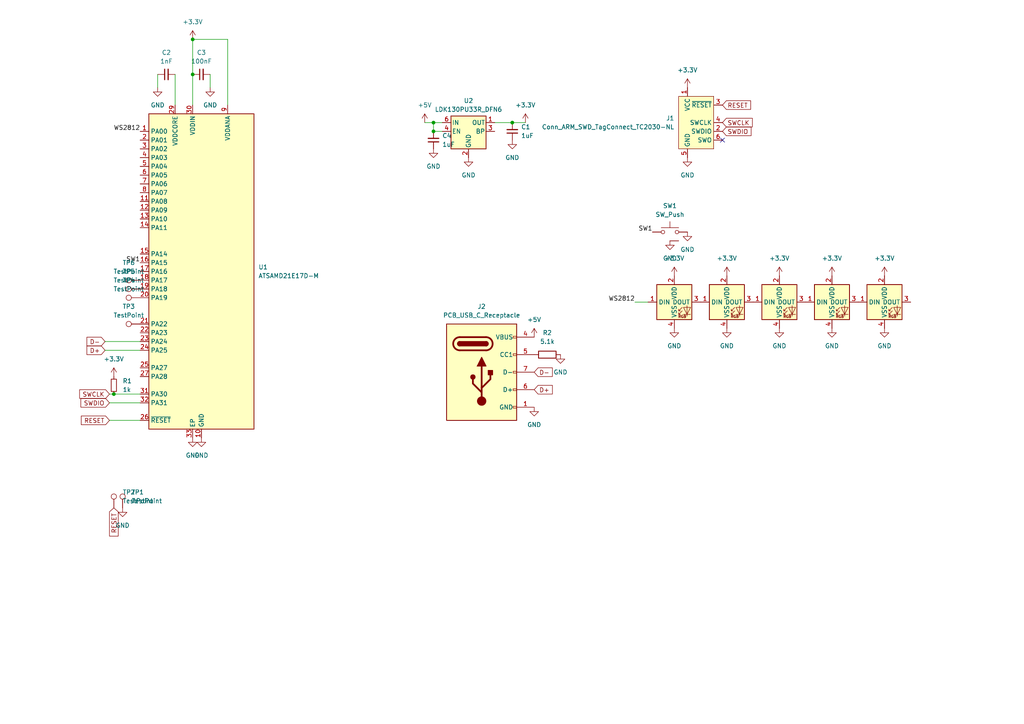
<source format=kicad_sch>
(kicad_sch (version 20231120) (generator "eeschema") (generator_version "8.0")
  (paper "A4")
  (lib_symbols
    (symbol "Connector:Conn_ARM_SWD_TagConnect_TC2030-NL" (in_bom no)
      (property "Reference" "J" (at 2.54 11.43 0))
      (property "Value" "Conn_ARM_SWD_TagConnect_TC2030-NL" (at 2.54 8.89 0))
      (symbol "Conn_ARM_SWD_TagConnect_TC2030-NL_0_0"
        (pin power_in line (at -2.54 10.16 270) (length 2.54) (name "VCC") (number "1"))
        (pin bidirectional line (at 7.62 -2.54 180) (length 2.54) (name "SWDIO") (number "2"))
        (pin open_collector line (at 7.62 5.08 180) (length 2.54) (name "~{RESET}") (number "3"))
        (pin output line (at 7.62 0 180) (length 2.54) (name "SWCLK") (number "4"))
        (pin power_in line (at -2.54 -10.16 90) (length 2.54) (name "GND") (number "5"))
        (pin input line (at 7.62 -5.08 180) (length 2.54) (name "SWO") (number "6"))
      )
      (symbol "Conn_ARM_SWD_TagConnect_TC2030-NL_0_1"
        (rectangle (start -5.08 7.62) (end 5.08 -7.62) (fill (type background)))
      )
    )
    (symbol "Connector:TestPoint" (pin_numbers hide) (pin_names (offset 0.762) hide)
      (property "Reference" "TP" (at 0 6.858 0))
      (property "Value" "TestPoint" (at 0 5.08 0))
      (symbol "TestPoint_0_1"
        (circle (center 0 3.302) (radius 0.762))
      )
      (symbol "TestPoint_1_1"
        (pin passive line (at 0 0 90) (length 2.54) (name "1") (number "1"))
      )
    )
    (symbol "Device:C_Small" (pin_numbers hide) (pin_names (offset 0.254) hide)
      (property "Reference" "C" (at 0.254 1.778 0))
      (property "Value" "C_Small" (at 0.254 -2.032 0))
      (symbol "C_Small_0_1"
        (polyline (pts (xy -1.524 -0.508) (xy 1.524 -0.508)) (stroke (width 0.3302)))
        (polyline (pts (xy -1.524 0.508) (xy 1.524 0.508)) (stroke (width 0.3048)))
      )
      (symbol "C_Small_1_1"
        (pin passive line (at 0 2.54 270) (length 2.032) (name "~") (number "1"))
        (pin passive line (at 0 -2.54 90) (length 2.032) (name "~") (number "2"))
      )
    )
    (symbol "Device:R" (pin_numbers hide) (pin_names (offset 0))
      (property "Reference" "R" (at 2.032 0 90))
      (property "Value" "R" (at 0 0 90))
      (symbol "R_0_1"
        (rectangle (start -1.016 -2.54) (end 1.016 2.54) (stroke (width 0.254)))
      )
      (symbol "R_1_1"
        (pin passive line (at 0 3.81 270) (length 1.27) (name "~") (number "1"))
        (pin passive line (at 0 -3.81 90) (length 1.27) (name "~") (number "2"))
      )
    )
    (symbol "Device:R_Small" (pin_numbers hide) (pin_names (offset 0.254) hide)
      (property "Reference" "R" (at 0.762 0.508 0))
      (property "Value" "R_Small" (at 0.762 -1.016 0))
      (symbol "R_Small_0_1"
        (rectangle (start -0.762 1.778) (end 0.762 -1.778) (stroke (width 0.2032)))
      )
      (symbol "R_Small_1_1"
        (pin passive line (at 0 2.54 270) (length 0.762) (name "~") (number "1"))
        (pin passive line (at 0 -2.54 90) (length 0.762) (name "~") (number "2"))
      )
    )
    (symbol "MCU_Microchip_SAMD:ATSAMD21E17D-M"
      (property "Reference" "U" (at -13.97 46.99 0))
      (property "Value" "ATSAMD21E17D-M" (at 16.51 46.99 0))
      (symbol "ATSAMD21E17D-M_1_1"
        (rectangle (start -15.24 45.72) (end 15.24 -45.72) (stroke (width 0.254)) (fill (type background)))
        (pin bidirectional line (at -17.78 40.64 0) (length 2.54) (name "PA00") (number "1"))
        (pin power_in line (at 0 -48.26 90) (length 2.54) (name "GND") (number "10"))
        (pin bidirectional line (at -17.78 20.32 0) (length 2.54) (name "PA08") (number "11"))
        (pin bidirectional line (at -17.78 17.78 0) (length 2.54) (name "PA09") (number "12"))
        (pin bidirectional line (at -17.78 15.24 0) (length 2.54) (name "PA10") (number "13"))
        (pin bidirectional line (at -17.78 12.7 0) (length 2.54) (name "PA11") (number "14"))
        (pin bidirectional line (at -17.78 5.08 0) (length 2.54) (name "PA14") (number "15"))
        (pin bidirectional line (at -17.78 2.54 0) (length 2.54) (name "PA15") (number "16"))
        (pin bidirectional line (at -17.78 0 0) (length 2.54) (name "PA16") (number "17"))
        (pin bidirectional line (at -17.78 -2.54 0) (length 2.54) (name "PA17") (number "18"))
        (pin bidirectional line (at -17.78 -5.08 0) (length 2.54) (name "PA18") (number "19"))
        (pin bidirectional line (at -17.78 38.1 0) (length 2.54) (name "PA01") (number "2"))
        (pin bidirectional line (at -17.78 -7.62 0) (length 2.54) (name "PA19") (number "20"))
        (pin bidirectional line (at -17.78 -15.24 0) (length 2.54) (name "PA22") (number "21"))
        (pin bidirectional line (at -17.78 -17.78 0) (length 2.54) (name "PA23") (number "22"))
        (pin bidirectional line (at -17.78 -20.32 0) (length 2.54) (name "PA24") (number "23"))
        (pin bidirectional line (at -17.78 -22.86 0) (length 2.54) (name "PA25") (number "24"))
        (pin bidirectional line (at -17.78 -27.94 0) (length 2.54) (name "PA27") (number "25"))
        (pin input line (at -17.78 -43.18 0) (length 2.54) (name "~{RESET}") (number "26"))
        (pin bidirectional line (at -17.78 -30.48 0) (length 2.54) (name "PA28") (number "27"))
        (pin passive line (at 0 -48.26 90) (length 2.54) hide (name "GND") (number "28"))
        (pin power_out line (at -7.62 48.26 270) (length 2.54) (name "VDDCORE") (number "29"))
        (pin bidirectional line (at -17.78 35.56 0) (length 2.54) (name "PA02") (number "3"))
        (pin power_in line (at -2.54 48.26 270) (length 2.54) (name "VDDIN") (number "30"))
        (pin bidirectional line (at -17.78 -35.56 0) (length 2.54) (name "PA30") (number "31"))
        (pin bidirectional line (at -17.78 -38.1 0) (length 2.54) (name "PA31") (number "32"))
        (pin passive line (at -2.54 -48.26 90) (length 2.54) (name "EP") (number "33"))
        (pin bidirectional line (at -17.78 33.02 0) (length 2.54) (name "PA03") (number "4"))
        (pin bidirectional line (at -17.78 30.48 0) (length 2.54) (name "PA04") (number "5"))
        (pin bidirectional line (at -17.78 27.94 0) (length 2.54) (name "PA05") (number "6"))
        (pin bidirectional line (at -17.78 25.4 0) (length 2.54) (name "PA06") (number "7"))
        (pin bidirectional line (at -17.78 22.86 0) (length 2.54) (name "PA07") (number "8"))
        (pin power_in line (at 7.62 48.26 270) (length 2.54) (name "VDDANA") (number "9"))
      )
    )
    (symbol "Regulator_Linear:LDK130PU33R_DFN6" (pin_names (offset 0.254))
      (property "Reference" "U" (at -3.81 5.715 0))
      (property "Value" "LDK130PU33R_DFN6" (at 0 5.715 0))
      (symbol "LDK130PU33R_DFN6_0_1"
        (rectangle (start -5.08 4.445) (end 5.08 -5.08) (stroke (width 0.254)) (fill (type background)))
      )
      (symbol "LDK130PU33R_DFN6_1_1"
        (pin power_out line (at 7.62 2.54 180) (length 2.54) (name "OUT") (number "1"))
        (pin power_in line (at 0 -7.62 90) (length 2.54) (name "GND") (number "2"))
        (pin passive line (at 7.62 0 180) (length 2.54) (name "BP") (number "3"))
        (pin input line (at -7.62 0 0) (length 2.54) (name "EN") (number "4"))
        (pin no_connect line (at -5.08 -2.54 0) (length 2.54) hide (name "NC") (number "5"))
        (pin power_in line (at -7.62 2.54 0) (length 2.54) (name "IN") (number "6"))
      )
    )
    (symbol "Switch:SW_Push" (pin_numbers hide) (pin_names (offset 1.016) hide)
      (property "Reference" "SW1" (at 0 7.62 0))
      (property "Value" "SW_Push" (at 0 5.08 0))
      (symbol "SW_Push_0_1"
        (circle (center -2.032 0) (radius 0.508))
        (polyline (pts (xy 0 1.27) (xy 0 3.048)))
        (polyline (pts (xy 2.54 1.27) (xy -2.54 1.27)))
        (circle (center 2.032 0) (radius 0.508))
        (pin passive line (at -5.08 0 0) (length 2.54) (name "1") (number "1"))
        (pin passive line (at 5.08 0 180) (length 2.54) (name "2") (number "2"))
      )
      (symbol "SW_Push_1_1"
        (pin input line (at 0 -2.54 0) (length 2.54) (name "MP") (number "3"))
      )
    )
    (symbol "USB-C_PCB_experiments:PCB_USB_C_Receptacle" (pin_names (offset 1.016))
      (property "Reference" "J" (at -10.16 16.51 0))
      (property "Value" "PCB_USB_C_Receptacle" (at 19.05 16.51 0))
      (symbol "PCB_USB_C_Receptacle_0_0"
        (rectangle (start 10.16 -10.414) (end 9.144 -9.906))
        (rectangle (start 10.16 -4.826) (end 9.144 -5.334))
        (rectangle (start 10.16 0.254) (end 9.144 -0.254))
        (rectangle (start 10.16 5.334) (end 9.144 4.826))
        (rectangle (start 10.16 10.414) (end 9.144 9.906))
      )
      (symbol "PCB_USB_C_Receptacle_0_1"
        (rectangle (start -10.16 13.97) (end 10.16 -13.97) (stroke (width 0.254)) (fill (type background)))
        (arc (start -6.35 8.89) (mid -6.9822 8.255) (end -6.35 7.62) (stroke (width 0.254)))
        (arc (start -6.35 8.89) (mid -6.9822 8.255) (end -6.35 7.62) (stroke (width 0.254)) (fill (type outline)))
        (arc (start -6.35 10.16) (mid -8.2466 8.255) (end -6.35 6.35) (stroke (width 0.508)))
        (circle (center -2.54 -1.397) (radius 0.635) (stroke (width 0.254)) (fill (type outline)))
        (circle (center 0 -8.382) (radius 1.27) (fill (type outline)))
        (polyline (pts (xy -6.35 10.16) (xy 1.27 10.16)) (stroke (width 0.508)))
        (polyline (pts (xy 0 -8.382) (xy 0 1.778)) (stroke (width 0.508)))
        (polyline (pts (xy 1.27 6.35) (xy -6.35 6.35)) (stroke (width 0.508)))
        (polyline (pts (xy 0 -5.842) (xy -2.54 -3.302) (xy -2.54 -2.032)) (stroke (width 0.508)))
        (polyline (pts (xy 0 -4.572) (xy 2.54 -2.032) (xy 2.54 -0.762)) (stroke (width 0.508)))
        (polyline (pts (xy -1.27 1.778) (xy 0 4.318) (xy 1.27 1.778) (xy -1.27 1.778)) (stroke (width 0.254)) (fill (type outline)))
        (arc (start 1.27 6.35) (mid 3.1666 8.255) (end 1.27 10.16) (stroke (width 0.508)))
        (rectangle (start 1.27 7.62) (end -6.35 8.89) (stroke (width 0.254)) (fill (type outline)))
        (arc (start 1.27 7.62) (mid 1.9022 8.255) (end 1.27 8.89) (stroke (width 0.254)))
        (arc (start 1.27 7.62) (mid 1.9022 8.255) (end 1.27 8.89) (stroke (width 0.254)) (fill (type outline)))
        (rectangle (start 1.905 -0.762) (end 3.175 0.508) (stroke (width 0.254)) (fill (type outline)))
      )
      (symbol "PCB_USB_C_Receptacle_1_1"
        (pin passive line (at 15.24 -10.16 180) (length 5.08) (name "GND") (number "1"))
        (pin passive line (at 15.24 -10.16 180) (length 5.08) hide (name "GND") (number "12"))
        (pin passive line (at 15.24 10.16 180) (length 5.08) (name "VBUS") (number "4"))
        (pin bidirectional line (at 15.24 5.08 180) (length 5.08) (name "CC1") (number "5"))
        (pin bidirectional line (at 15.24 -5.08 180) (length 5.08) (name "D+") (number "6"))
        (pin bidirectional line (at 15.24 0 180) (length 5.08) (name "D-") (number "7"))
        (pin passive line (at 15.24 10.16 180) (length 5.08) hide (name "VBUS") (number "9"))
      )
    )
    (symbol "USB-C_PCB_experiments:SK6805-E-J"
      (symbol "SK6805-E-J_0_0"
        (text "RGB" (at 2.286 -4.191 0) (effects (font (size 0.762 0.762))))
      )
      (symbol "SK6805-E-J_0_1"
        (rectangle (start -5.08 5.08) (end 5.08 -5.08) (stroke (width 0.254)) (fill (type background)))
        (polyline (pts (xy 1.27 -3.556) (xy 1.778 -3.556)))
        (polyline (pts (xy 1.27 -2.54) (xy 1.778 -2.54)))
        (polyline (pts (xy 4.699 -3.556) (xy 2.667 -3.556)))
        (polyline (pts (xy 2.286 -2.54) (xy 1.27 -3.556) (xy 1.27 -3.048)))
        (polyline (pts (xy 2.286 -1.524) (xy 1.27 -2.54) (xy 1.27 -2.032)))
        (polyline (pts (xy 3.683 -1.016) (xy 3.683 -3.556) (xy 3.683 -4.064)))
        (polyline (pts (xy 4.699 -1.524) (xy 2.667 -1.524) (xy 3.683 -3.556) (xy 4.699 -1.524)))
      )
      (symbol "SK6805-E-J_1_1"
        (pin input line (at -7.62 0 0) (length 2.54) (name "DIN") (number "1"))
        (pin power_in line (at 0 7.62 270) (length 2.54) (name "VDD") (number "2"))
        (pin output line (at 7.62 0 180) (length 2.54) (name "DOUT") (number "3"))
        (pin power_in line (at 0 -7.62 90) (length 2.54) (name "VSS") (number "4"))
      )
    )
    (symbol "power:+3.3V" (power) (pin_names (offset 0))
      (property "Value" "+3.3V" (at 0 3.556 0))
      (symbol "+3.3V_0_1"
        (polyline (pts (xy -0.762 1.27) (xy 0 2.54)))
        (polyline (pts (xy 0 0) (xy 0 2.54)))
        (polyline (pts (xy 0 2.54) (xy 0.762 1.27)))
      )
      (symbol "+3.3V_1_1"
        (pin power_in line (at 0 0 90) (length 0) hide (name "+3.3V") (number "1"))
      )
    )
    (symbol "power:+5V" (power) (pin_names (offset 0))
      (property "Value" "+5V" (at 0 3.556 0))
      (symbol "+5V_0_1"
        (polyline (pts (xy -0.762 1.27) (xy 0 2.54)))
        (polyline (pts (xy 0 0) (xy 0 2.54)))
        (polyline (pts (xy 0 2.54) (xy 0.762 1.27)))
      )
      (symbol "+5V_1_1"
        (pin power_in line (at 0 0 90) (length 0) hide (name "+5V") (number "1"))
      )
    )
    (symbol "power:GND" (power) (pin_names (offset 0))
      (property "Value" "GND" (at 0 -3.81 0))
      (symbol "GND_0_1"
        (polyline (pts (xy 0 0) (xy 0 -1.27) (xy 1.27 -1.27) (xy 0 -2.54) (xy -1.27 -1.27) (xy 0 -1.27)))
      )
      (symbol "GND_1_1"
        (pin power_in line (at 0 0 270) (length 0) hide (name "GND") (number "1"))
      )
    )
  )
  (junction (at 55.88 21.59))
  (junction (at 55.88 11.43))
  (junction (at 33.02 114.3))
  (junction (at 125.73 38.1))
  (junction (at 148.59 35.56))
  (junction (at 125.73 35.56))
  (no_connect (at 209.55 40.64))
  (wire (pts (xy 125.73 38.1) (xy 125.73 35.56)))
  (wire (pts (xy 184.15 87.63) (xy 187.96 87.63)))
  (wire (pts (xy 45.72 21.59) (xy 45.72 25.4)))
  (wire (pts (xy 31.75 114.3) (xy 33.02 114.3)))
  (wire (pts (xy 30.48 101.6) (xy 40.64 101.6)))
  (wire (pts (xy 128.27 38.1) (xy 125.73 38.1)))
  (wire (pts (xy 30.48 99.06) (xy 40.64 99.06)))
  (wire (pts (xy 60.96 21.59) (xy 60.96 25.4)))
  (wire (pts (xy 50.8 21.59) (xy 50.8 30.48)))
  (wire (pts (xy 148.59 35.56) (xy 152.4 35.56)))
  (wire (pts (xy 125.73 35.56) (xy 128.27 35.56)))
  (wire (pts (xy 31.75 116.84) (xy 40.64 116.84)))
  (wire (pts (xy 66.04 11.43) (xy 55.88 11.43)))
  (wire (pts (xy 31.75 121.92) (xy 40.64 121.92)))
  (wire (pts (xy 143.51 35.56) (xy 148.59 35.56)))
  (wire (pts (xy 33.02 114.3) (xy 40.64 114.3)))
  (wire (pts (xy 55.88 21.59) (xy 55.88 30.48)))
  (wire (pts (xy 55.88 11.43) (xy 55.88 21.59)))
  (wire (pts (xy 66.04 30.48) (xy 66.04 11.43)))
  (wire (pts (xy 123.19 35.56) (xy 125.73 35.56)))
  (label "SW1" (at 40.64 76.2 180))
  (label "WS2812" (at 184.15 87.63 180))
  (label "SW1" (at 189.23 67.31 180))
  (label "WS2812" (at 40.64 38.1 180))
  (global_label "D-" (shape input) (at 30.48 99.06 180) (property "Intersheetrefs" "${INTERSHEET_REFS}" (effects (hide yes))))
  (global_label "RESET" (shape input) (at 33.02 147.32 270) (property "Intersheetrefs" "${INTERSHEET_REFS}" (effects (hide yes))))
  (global_label "RESET" (shape input) (at 209.55 30.48 0) (property "Intersheetrefs" "${INTERSHEET_REFS}" (effects (hide yes))))
  (global_label "RESET" (shape input) (at 31.75 121.92 180) (property "Intersheetrefs" "${INTERSHEET_REFS}" (effects (hide yes))))
  (global_label "D+" (shape input) (at 154.94 113.03 0) (property "Intersheetrefs" "${INTERSHEET_REFS}" (effects (hide yes))))
  (global_label "SWDIO" (shape input) (at 209.55 38.1 0) (property "Intersheetrefs" "${INTERSHEET_REFS}" (effects (hide yes))))
  (global_label "D-" (shape input) (at 154.94 107.95 0) (property "Intersheetrefs" "${INTERSHEET_REFS}" (effects (hide yes))))
  (global_label "D+" (shape input) (at 30.48 101.6 180) (property "Intersheetrefs" "${INTERSHEET_REFS}" (effects (hide yes))))
  (global_label "SWCLK" (shape input) (at 31.75 114.3 180) (property "Intersheetrefs" "${INTERSHEET_REFS}" (effects (hide yes))))
  (global_label "SWCLK" (shape input) (at 209.55 35.56 0) (property "Intersheetrefs" "${INTERSHEET_REFS}" (effects (hide yes))))
  (global_label "SWDIO" (shape input) (at 31.75 116.84 180) (property "Intersheetrefs" "${INTERSHEET_REFS}" (effects (hide yes))))
  (symbol (lib_id "MCU_Microchip_SAMD:ATSAMD21E17D-M") (at 58.42 78.74 0) (unit 1)
    (property "Reference" "U1" (at 74.93 77.4699 0) (effects (justify left)))
    (property "Value" "ATSAMD21E17D-M" (at 74.93 80.0099 0) (effects (justify left)))
    (property "Footprint" "Package_DFN_QFN:QFN-32-1EP_5x5mm_P0.5mm_EP3.6x3.6mm" (effects (hide yes)))
    (property "Datasheet" "http://ww1.microchip.com/downloads/en/DeviceDoc/SAM_D21_DA1_Family_Data%20Sheet_DS40001882E.pdf" (effects (hide yes)))
    (property "Description" "SAM D21 Microchip SMART ARM-based Flash MCU, 48Mhz, 128K Flash w/ 4K RWW, 16K SRAM, QFN-32" (effects (hide yes)))
  )
  (symbol (lib_id "power:GND") (at 154.94 118.11 0) (unit 1)
    (property "Reference" "#PWR01" (effects (hide yes)))
    (property "Value" "GND" (at 154.94 123.19 0))
  )
  (symbol (lib_id "power:GND") (at 148.59 40.64 0) (unit 1)
    (property "Reference" "#PWR031" (effects (hide yes)))
    (property "Value" "GND" (at 148.59 45.72 0))
  )
  (symbol (lib_id "Connector:TestPoint") (at 40.64 83.82 90) (unit 1)
    (property "Reference" "TP5" (at 37.338 78.74 90))
    (property "Value" "TestPoint" (at 37.338 81.28 90))
    (property "Footprint" "TestPoint:TestPoint_Pad_1.0x1.0mm" (effects (hide yes)))
    (property "Description" "test point" (effects (hide yes)))
  )
  (symbol (lib_id "power:+3.3V") (at 55.88 11.43 0) (unit 1)
    (property "Reference" "#PWR07" (effects (hide yes)))
    (property "Value" "+3.3V" (at 55.88 6.35 0))
  )
  (symbol (lib_id "power:+3.3V") (at 256.54 80.01 0) (unit 1)
    (property "Reference" "#PWR026" (effects (hide yes)))
    (property "Value" "+3.3V" (at 256.54 74.93 0))
  )
  (symbol (lib_id "power:GND") (at 162.56 102.87 0) (unit 1)
    (property "Reference" "#PWR02" (effects (hide yes)))
    (property "Value" "GND" (at 162.56 107.95 0))
  )
  (symbol (lib_id "Connector:TestPoint") (at 40.64 81.28 90) (unit 1)
    (property "Reference" "TP6" (at 37.338 76.2 90))
    (property "Value" "TestPoint" (at 37.338 78.74 90))
    (property "Footprint" "TestPoint:TestPoint_Pad_1.0x1.0mm" (effects (hide yes)))
    (property "Description" "test point" (effects (hide yes)))
  )
  (symbol (lib_id "power:GND") (at 60.96 25.4 0) (unit 1)
    (property "Reference" "#PWR08" (effects (hide yes)))
    (property "Value" "GND" (at 60.96 30.48 0))
  )
  (symbol (lib_id "Switch:SW_Push") (at 194.31 67.31 0) (unit 1)
    (property "Reference" "SW1" (at 194.31 59.69 0))
    (property "Value" "SW_Push" (at 194.31 62.23 0))
    (property "Footprint" "Cherry_ULP:Cherry_ULP_SMD" (effects (hide yes)))
    (property "Description" "Push button switch, generic, two pins" (effects (hide yes)))
  )
  (symbol (lib_id "power:GND") (at 199.39 67.31 0) (unit 1)
    (property "Reference" "#PWR027" (effects (hide yes)))
    (property "Value" "GND" (at 199.39 72.39 0))
  )
  (symbol (lib_id "USB-C_PCB_experiments:SK6805-E-J") (at 195.58 87.63 0) (unit 1)
    (property "Reference" "RGB3" (effects (hide yes)))
    (property "Value" "SK6805-E-J" (effects (hide yes)))
    (property "Footprint" "USB-C_PCB_experiments:SK6805-E-J" (effects (hide yes)))
    (property "Link" "https://www.lcsc.com/product-detail/Light-Emitting-Diodes-LED_OPSCO-Optoelectronics-SK6805-EC15_C2890035.html" (effects (hide yes)))
  )
  (symbol (lib_id "power:+5V") (at 123.19 35.56 0) (unit 1)
    (property "Reference" "#PWR029" (effects (hide yes)))
    (property "Value" "+5V" (at 123.19 30.48 0))
  )
  (symbol (lib_id "Device:R_Small") (at 33.02 111.76 0) (unit 1)
    (property "Reference" "R1" (at 35.56 110.49 0) (effects (justify left)))
    (property "Value" "1k" (at 35.56 113.03 0) (effects (justify left)))
    (property "Footprint" "Resistor_SMD:R_0402_1005Metric" (effects (hide yes)))
  )
  (symbol (lib_id "Device:R") (at 158.75 102.87 90) (unit 1)
    (property "Reference" "R2" (at 158.75 96.52 90))
    (property "Value" "5.1k" (at 158.75 99.06 90))
    (property "Footprint" "Resistor_SMD:R_0402_1005Metric" (effects (hide yes)))
    (property "Description" "Resistor" (effects (hide yes)))
  )
  (symbol (lib_id "power:+3.3V") (at 226.06 80.01 0) (unit 1)
    (property "Reference" "#PWR024" (effects (hide yes)))
    (property "Value" "+3.3V" (at 226.06 74.93 0))
  )
  (symbol (lib_id "power:+3.3V") (at 210.82 80.01 0) (unit 1)
    (property "Reference" "#PWR023" (effects (hide yes)))
    (property "Value" "+3.3V" (at 210.82 74.93 0))
  )
  (symbol (lib_id "power:GND") (at 55.88 127 0) (unit 1)
    (property "Reference" "#PWR010" (effects (hide yes)))
    (property "Value" "GND" (at 55.88 132.08 0))
  )
  (symbol (lib_id "power:+3.3V") (at 195.58 80.01 0) (unit 1)
    (property "Reference" "#PWR022" (effects (hide yes)))
    (property "Value" "+3.3V" (at 195.58 74.93 0))
  )
  (symbol (lib_id "power:GND") (at 194.31 69.85 0) (unit 1)
    (property "Reference" "#PWR028" (effects (hide yes)))
    (property "Value" "GND" (at 194.31 74.93 0))
  )
  (symbol (lib_id "power:+3.3V") (at 33.02 109.22 0) (unit 1)
    (property "Reference" "#PWR09" (effects (hide yes)))
    (property "Value" "+3.3V" (at 33.02 104.14 0))
  )
  (symbol (lib_id "Device:C_Small") (at 125.73 40.64 180) (unit 1)
    (property "Reference" "C4" (at 128.27 39.3635 0) (effects (justify right)))
    (property "Value" "1uF" (at 128.27 41.9035 0) (effects (justify right)))
    (property "Footprint" "Capacitor_SMD:C_0402_1005Metric" (effects (hide yes)))
    (property "LCSC Part Number" "C2169363" (effects (hide yes)))
  )
  (symbol (lib_id "Connector:TestPoint") (at 35.56 147.32 0) (unit 1)
    (property "Reference" "TP1" (at 38.1 142.7479 0) (effects (justify left)))
    (property "Value" "TestPoint" (at 38.1 145.2879 0) (effects (justify left)))
    (property "Footprint" "TestPoint:TestPoint_Pad_1.0x1.0mm" (effects (hide yes)))
    (property "Description" "test point" (effects (hide yes)))
  )
  (symbol (lib_id "Device:C_Small") (at 48.26 21.59 90) (unit 1)
    (property "Reference" "C2" (at 48.2663 15.24 90))
    (property "Value" "1nF" (at 48.2663 17.78 90))
    (property "Footprint" "Capacitor_SMD:C_0402_1005Metric" (effects (hide yes)))
    (property "LCSC Part Number" "C129637" (effects (hide yes)))
  )
  (symbol (lib_id "power:GND") (at 210.82 95.25 0) (unit 1)
    (property "Reference" "#PWR018" (effects (hide yes)))
    (property "Value" "GND" (at 210.82 100.33 0))
  )
  (symbol (lib_id "USB-C_PCB_experiments:PCB_USB_C_Receptacle") (at 139.7 107.95 0) (unit 1)
    (property "Reference" "J2" (at 139.7 88.9 0))
    (property "Value" "PCB_USB_C_Receptacle" (at 139.7 91.44 0))
    (property "Footprint" "USB-C_PCB_experiments:usb-c-one-sided" (effects (hide yes)))
  )
  (symbol (lib_id "power:+3.3V") (at 241.3 80.01 0) (unit 1)
    (property "Reference" "#PWR025" (effects (hide yes)))
    (property "Value" "+3.3V" (at 241.3 74.93 0))
  )
  (symbol (lib_id "power:GND") (at 256.54 95.25 0) (unit 1)
    (property "Reference" "#PWR021" (effects (hide yes)))
    (property "Value" "GND" (at 256.54 100.33 0))
  )
  (symbol (lib_id "power:GND") (at 45.72 25.4 0) (unit 1)
    (property "Reference" "#PWR06" (effects (hide yes)))
    (property "Value" "GND" (at 45.72 30.48 0))
  )
  (symbol (lib_id "power:+3.3V") (at 199.39 25.4 0) (unit 1)
    (property "Reference" "#PWR04" (effects (hide yes)))
    (property "Value" "+3.3V" (at 199.39 20.32 0))
  )
  (symbol (lib_id "power:GND") (at 135.89 45.72 0) (unit 1)
    (property "Reference" "#PWR030" (effects (hide yes)))
    (property "Value" "GND" (at 135.89 50.8 0))
  )
  (symbol (lib_id "Connector:TestPoint") (at 40.64 93.98 90) (unit 1)
    (property "Reference" "TP3" (at 37.338 88.9 90))
    (property "Value" "TestPoint" (at 37.338 91.44 90))
    (property "Footprint" "TestPoint:TestPoint_Pad_1.0x1.0mm" (effects (hide yes)))
    (property "Description" "test point" (effects (hide yes)))
  )
  (symbol (lib_id "power:GND") (at 125.73 43.18 0) (unit 1)
    (property "Reference" "#PWR012" (effects (hide yes)))
    (property "Value" "GND" (at 125.73 48.26 0))
  )
  (symbol (lib_id "Device:C_Small") (at 148.59 38.1 180) (unit 1)
    (property "Reference" "C1" (at 151.13 36.8235 0) (effects (justify right)))
    (property "Value" "1uF" (at 151.13 39.3635 0) (effects (justify right)))
    (property "Footprint" "Capacitor_SMD:C_0402_1005Metric" (effects (hide yes)))
    (property "LCSC Part Number" "C2169363" (effects (hide yes)))
  )
  (symbol (lib_id "Regulator_Linear:LDK130PU33R_DFN6") (at 135.89 38.1 0) (unit 1)
    (property "Reference" "U2" (at 135.89 29.21 0))
    (property "Value" "LDK130PU33R_DFN6" (at 135.89 31.75 0))
    (property "Footprint" "Package_DFN_QFN:DFN-6_1.3x1.2mm_P0.4mm" (effects (hide yes)))
    (property "Datasheet" "http://www.st.com/content/ccc/resource/technical/document/datasheet/29/10/f7/87/2f/66/47/f4/DM00076097.pdf/files/DM00076097.pdf/jcr:content/translations/en.DM00076097.pdf" (effects (hide yes)))
    (property "Description" "300mA low dropout linear regulator, low quiescent current very, low noise, shutdown pin, fixed 3.3V positive output, DFN-6" (effects (hide yes)))
  )
  (symbol (lib_id "Device:C_Small") (at 58.42 21.59 90) (unit 1)
    (property "Reference" "C3" (at 58.4263 15.24 90))
    (property "Value" "100nF" (at 58.4263 17.78 90))
    (property "Footprint" "Capacitor_SMD:C_0402_1005Metric" (effects (hide yes)))
    (property "LCSC Part Number" "C2169363" (effects (hide yes)))
  )
  (symbol (lib_id "power:GND") (at 199.39 45.72 0) (unit 1)
    (property "Reference" "#PWR05" (effects (hide yes)))
    (property "Value" "GND" (at 199.39 50.8 0))
  )
  (symbol (lib_id "power:GND") (at 58.42 127 0) (unit 1)
    (property "Reference" "#PWR011" (effects (hide yes)))
    (property "Value" "GND" (at 58.42 132.08 0))
  )
  (symbol (lib_id "USB-C_PCB_experiments:SK6805-E-J") (at 256.54 87.63 0) (unit 1)
    (property "Reference" "RGB5" (effects (hide yes)))
    (property "Value" "SK6805-E-J" (effects (hide yes)))
    (property "Footprint" "USB-C_PCB_experiments:SK6805-E-J" (effects (hide yes)))
    (property "Link" "https://www.lcsc.com/product-detail/Light-Emitting-Diodes-LED_OPSCO-Optoelectronics-SK6805-EC15_C2890035.html" (effects (hide yes)))
  )
  (symbol (lib_id "USB-C_PCB_experiments:SK6805-E-J") (at 241.3 87.63 0) (unit 1)
    (property "Reference" "RGB4" (effects (hide yes)))
    (property "Value" "SK6805-E-J" (effects (hide yes)))
    (property "Footprint" "USB-C_PCB_experiments:SK6805-E-J" (effects (hide yes)))
    (property "Link" "https://www.lcsc.com/product-detail/Light-Emitting-Diodes-LED_OPSCO-Optoelectronics-SK6805-EC15_C2890035.html" (effects (hide yes)))
  )
  (symbol (lib_id "power:+3.3V") (at 152.4 35.56 0) (unit 1)
    (property "Reference" "#PWR032" (effects (hide yes)))
    (property "Value" "+3.3V" (at 152.4 30.48 0))
  )
  (symbol (lib_id "USB-C_PCB_experiments:SK6805-E-J") (at 210.82 87.63 0) (unit 1)
    (property "Reference" "RGB1" (effects (hide yes)))
    (property "Value" "SK6805-E-J" (effects (hide yes)))
    (property "Footprint" "USB-C_PCB_experiments:SK6805-E-J" (effects (hide yes)))
    (property "Link" "https://www.lcsc.com/product-detail/Light-Emitting-Diodes-LED_OPSCO-Optoelectronics-SK6805-EC15_C2890035.html" (effects (hide yes)))
  )
  (symbol (lib_id "power:GND") (at 195.58 95.25 0) (unit 1)
    (property "Reference" "#PWR017" (effects (hide yes)))
    (property "Value" "GND" (at 195.58 100.33 0))
  )
  (symbol (lib_id "power:GND") (at 35.56 147.32 0) (unit 1)
    (property "Reference" "#PWR016" (effects (hide yes)))
    (property "Value" "GND" (at 35.56 152.4 0))
  )
  (symbol (lib_id "Connector:Conn_ARM_SWD_TagConnect_TC2030-NL") (at 201.93 35.56 0) (unit 1) (in_bom no)
    (property "Reference" "J1" (at 195.58 34.29 0) (effects (justify right)))
    (property "Value" "Conn_ARM_SWD_TagConnect_TC2030-NL" (at 195.58 36.83 0) (effects (justify right)))
    (property "Footprint" "Connector:Tag-Connect_TC2030-IDC-NL_2x03_P1.27mm_Vertical" (effects (hide yes)))
    (property "Datasheet" "https://www.tag-connect.com/wp-content/uploads/bsk-pdf-manager/TC2030-CTX_1.pdf" (effects (hide yes)))
  )
  (symbol (lib_id "Connector:TestPoint") (at 33.02 147.32 0) (unit 1)
    (property "Reference" "TP2" (at 35.56 142.7479 0) (effects (justify left)))
    (property "Value" "TestPoint" (at 35.56 145.2879 0) (effects (justify left)))
    (property "Footprint" "TestPoint:TestPoint_Pad_1.0x1.0mm" (effects (hide yes)))
    (property "Description" "test point" (effects (hide yes)))
  )
  (symbol (lib_id "Connector:TestPoint") (at 40.64 86.36 90) (unit 1)
    (property "Reference" "TP4" (at 37.338 81.28 90))
    (property "Value" "TestPoint" (at 37.338 83.82 90))
    (property "Footprint" "TestPoint:TestPoint_Pad_1.0x1.0mm" (effects (hide yes)))
    (property "Description" "test point" (effects (hide yes)))
  )
  (symbol (lib_id "power:GND") (at 241.3 95.25 0) (unit 1)
    (property "Reference" "#PWR020" (effects (hide yes)))
    (property "Value" "GND" (at 241.3 100.33 0))
  )
  (symbol (lib_id "power:GND") (at 226.06 95.25 0) (unit 1)
    (property "Reference" "#PWR019" (effects (hide yes)))
    (property "Value" "GND" (at 226.06 100.33 0))
  )
  (symbol (lib_id "power:+5V") (at 154.94 97.79 0) (unit 1)
    (property "Reference" "#PWR03" (effects (hide yes)))
    (property "Value" "+5V" (at 154.94 92.71 0))
  )
  (symbol (lib_id "USB-C_PCB_experiments:SK6805-E-J") (at 226.06 87.63 0) (unit 1)
    (property "Reference" "RGB2" (effects (hide yes)))
    (property "Value" "SK6805-E-J" (effects (hide yes)))
    (property "Footprint" "USB-C_PCB_experiments:SK6805-E-J" (effects (hide yes)))
    (property "Link" "https://www.lcsc.com/product-detail/Light-Emitting-Diodes-LED_OPSCO-Optoelectronics-SK6805-EC15_C2890035.html" (effects (hide yes)))
  )
)
</source>
